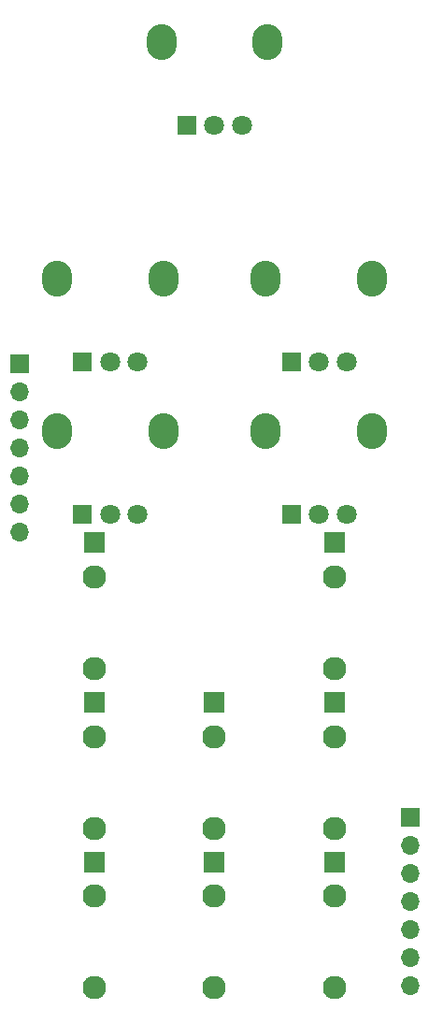
<source format=gbr>
%TF.GenerationSoftware,KiCad,Pcbnew,7.0.2-0*%
%TF.CreationDate,2023-10-10T18:06:45-05:00*%
%TF.ProjectId,Untitled,556e7469-746c-4656-942e-6b696361645f,rev?*%
%TF.SameCoordinates,Original*%
%TF.FileFunction,Soldermask,Top*%
%TF.FilePolarity,Negative*%
%FSLAX46Y46*%
G04 Gerber Fmt 4.6, Leading zero omitted, Abs format (unit mm)*
G04 Created by KiCad (PCBNEW 7.0.2-0) date 2023-10-10 18:06:45*
%MOMM*%
%LPD*%
G01*
G04 APERTURE LIST*
%ADD10R,1.930000X1.830000*%
%ADD11C,2.130000*%
%ADD12O,2.720000X3.240000*%
%ADD13R,1.800000X1.800000*%
%ADD14C,1.800000*%
%ADD15R,1.700000X1.700000*%
%ADD16O,1.700000X1.700000*%
G04 APERTURE END LIST*
D10*
%TO.C,J4*%
X178650000Y-118650000D03*
D11*
X178650000Y-130050000D03*
X178650000Y-121750000D03*
%TD*%
D10*
%TO.C,J6*%
X167800000Y-104200000D03*
D11*
X167800000Y-115600000D03*
X167800000Y-107300000D03*
%TD*%
D10*
%TO.C,J1*%
X189500000Y-104200000D03*
D11*
X189500000Y-115600000D03*
X189500000Y-107300000D03*
%TD*%
D12*
%TO.C,RV6*%
X164400000Y-94125000D03*
X174000000Y-94125000D03*
D13*
X166700000Y-101625000D03*
D14*
X169200000Y-101625000D03*
X171700000Y-101625000D03*
%TD*%
D10*
%TO.C,J2*%
X189500000Y-118650000D03*
D11*
X189500000Y-130050000D03*
X189500000Y-121750000D03*
%TD*%
D12*
%TO.C,RV4*%
X173850000Y-58875000D03*
X183450000Y-58875000D03*
D13*
X176150000Y-66375000D03*
D14*
X178650000Y-66375000D03*
X181150000Y-66375000D03*
%TD*%
D12*
%TO.C,RV5*%
X164400000Y-80325000D03*
X174000000Y-80325000D03*
D13*
X166700000Y-87825000D03*
D14*
X169200000Y-87825000D03*
X171700000Y-87825000D03*
%TD*%
D12*
%TO.C,RV3*%
X183300000Y-94100000D03*
X192900000Y-94100000D03*
D13*
X185600000Y-101600000D03*
D14*
X188100000Y-101600000D03*
X190600000Y-101600000D03*
%TD*%
D10*
%TO.C,J3*%
X167800000Y-133100000D03*
D11*
X167800000Y-144500000D03*
X167800000Y-136200000D03*
%TD*%
D10*
%TO.C,J9*%
X189500000Y-133100000D03*
D11*
X189500000Y-144500000D03*
X189500000Y-136200000D03*
%TD*%
D10*
%TO.C,J5*%
X178650000Y-133100000D03*
D11*
X178650000Y-144500000D03*
X178650000Y-136200000D03*
%TD*%
D10*
%TO.C,J8*%
X167800000Y-118650000D03*
D11*
X167800000Y-130050000D03*
X167800000Y-121750000D03*
%TD*%
D12*
%TO.C,RV2*%
X183300000Y-80325000D03*
X192900000Y-80325000D03*
D13*
X185600000Y-87825000D03*
D14*
X188100000Y-87825000D03*
X190600000Y-87825000D03*
%TD*%
D15*
%TO.C,J13*%
X196350000Y-129100000D03*
D16*
X196350000Y-131640000D03*
X196350000Y-134180000D03*
X196350000Y-136720000D03*
X196350000Y-139260000D03*
X196350000Y-141800000D03*
X196350000Y-144340000D03*
%TD*%
D15*
%TO.C,J10*%
X161000000Y-88000000D03*
D16*
X161000000Y-90540000D03*
X161000000Y-93080000D03*
X161000000Y-95620000D03*
X161000000Y-98160000D03*
X161000000Y-100700000D03*
X161000000Y-103240000D03*
%TD*%
M02*

</source>
